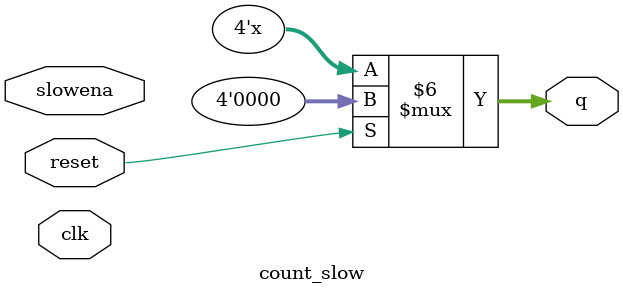
<source format=v>

module count_slow(
    input clk,
    input slowena,
    input reset,
    output reg [3:0] q);

// On the positive edge of the clock:
// if reset is high, reset the output q to 0. 
// Otherwise, only increment the output q if the ena input is high and q is not 9.

always @ (clk or slowena)
  begin
    if (reset)
      q <= 0;
    else if (slowena)
      q <= q + 1;
  end

endmodule

</source>
